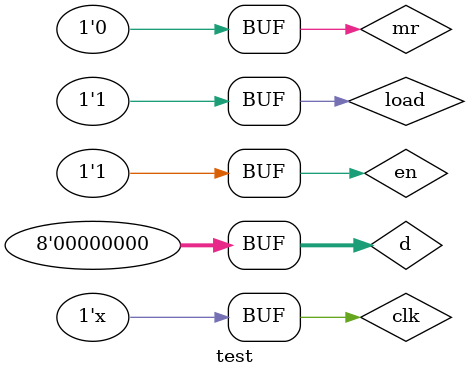
<source format=v>
`timescale 1ns / 1ps


module test;

	// Inputs
	reg mr;
	reg load;
	reg en;
	reg clk;
	reg [7:0] d;

	// Outputs
	wire [7:0] q;
	wire co;

	// Instantiate the Unit Under Test (UUT)
	bawei uut (
		.mr(mr), 
		.load(load), 
		.en(en), 
		.clk(clk), 
		.d(d), 
		.q(q), 
		.co(co)
	);

	initial begin
		// Initialize Inputs
		mr = 0;
		load = 0;
		en = 0;
		clk = 0;
		d = 0;

		// Wait 100 ns for global reset to finish
		#100;
      mr = 1;
		load = 0;
		en = 0;
		d = 0;

		// Wait 100 ns for global reset to finish
		#100;
		mr = 1;
		load = 1;
		en = 0;
		d = 0;

		// Wait 100 ns for global reset to finish
		#100;
		mr = 1;
		load = 1;
		en = 1;
		d = 0;

		// Wait 100 ns for global reset to finish
		#100;
		mr = 1;
		load = 1;
		en = 1;
		d = 0;

		// Wait 100 ns for global reset to finish
		#100;
		mr = 1;
		load = 1;
		en = 1;
		d = 0;

		// Wait 100 ns for global reset to finish
		#100;
		mr = 1;
		load = 0;
		en = 1;
		d = 8'b11101110;

		// Wait 100 ns for global reset to finish
		#100;
		mr = 1;
		load = 1;
		en = 1;
		d = 0;

		// Wait 100 ns for global reset to finish
		#100;
		mr = 1;
		load = 1;
		en = 1;
		d = 0;

		// Wait 100 ns for global reset to finish
		#100;
		mr = 1;
		load = 1;
		en = 1;
		d = 0;

		// Wait 100 ns for global reset to finish
		#100;
		mr = 1;
		load = 1;
		en = 1;
		d = 0;

		// Wait 100 ns for global reset to finish
		#100;
		mr = 1;
		load = 1;
		en = 1;
		d = 0;

		// Wait 100 ns for global reset to finish
		#100;
		mr = 1;
		load = 1;
		en = 1;
		d = 0;

		// Wait 100 ns for global reset to finish
		#100;
		mr = 1;
		load = 1;
		en = 1;
		d = 0;

		// Wait 100 ns for global reset to finish
		#100;
		mr = 1;
		load = 1;
		en = 1;
		d = 0;

		// Wait 100 ns for global reset to finish
		#100;
		mr = 1;
		load = 1;
		en = 1;
		d = 0;

		// Wait 100 ns for global reset to finish
		#100;
		mr = 1;
		load = 1;
		en = 1;
		d = 0;

		// Wait 100 ns for global reset to finish
		#100;
		mr = 1;
		load = 1;
		en = 1;
		d = 0;

		// Wait 100 ns for global reset to finish
		#100;
		mr = 0;
		load = 1;
		en = 1;
		d = 0;

		// Wait 100 ns for global reset to finish
		#100;
		// Add stimulus here

	end
      always #20 begin clk=~clk; end
endmodule


</source>
